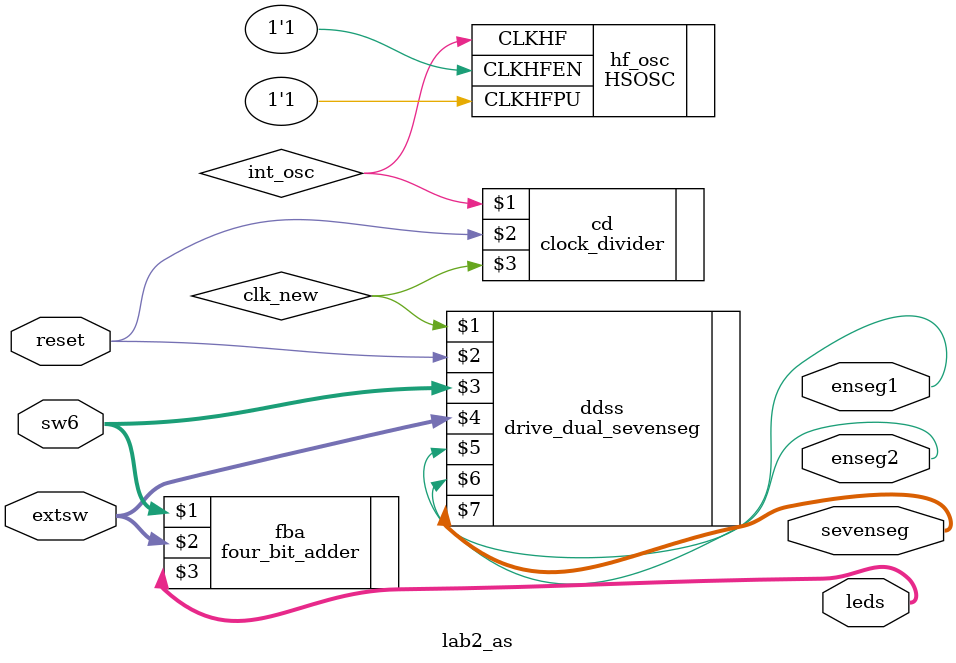
<source format=sv>
/* 
Name: Aabhas Senapati
Email: asenapati@hmc.edu
Date: 07-09-2025

Aim: Top Module Code for Lab 2 to perform the addition and run the module to drive the dual seven segment, based on the inputs from the dip switches sw6 on board, and a quad dip switch connected externally. 

*/

module lab2_as(input logic reset,
			   input logic [3:0] sw6,
			   input logic [3:0] extsw,
			   output logic enseg1,
			   output logic enseg2,
			   output logic [6:0] sevenseg,
			   output logic [4:0] leds);
				
				logic int_osc, clk_new;
				
				// Internal high-speed oscillator
				HSOSC #(.CLKHF_DIV(2'b01)) // This divides the 48 MHz internal clock into 24 MHz, as it divides the clock by 2^1
				hf_osc (.CLKHFPU(1'b1), .CLKHFEN(1'b1), .CLKHF(int_osc));
				
				four_bit_adder fba(sw6, extsw, leds);
				
				clock_divider cd(int_osc, reset, clk_new);
				
				drive_dual_sevenseg ddss(clk_new, reset, sw6, extsw, enseg1, enseg2, sevenseg);
				
endmodule


</source>
